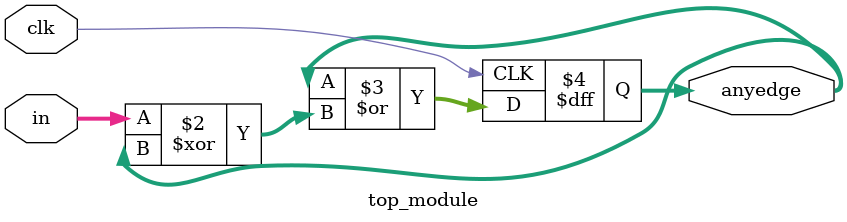
<source format=sv>
module top_module(
	input clk,
	input [7:0] in,
	output reg [7:0] anyedge);

	always @(posedge clk) begin
		anyedge <= anyedge | (in ^ anyedge); // Detect any edge
	end
endmodule

</source>
